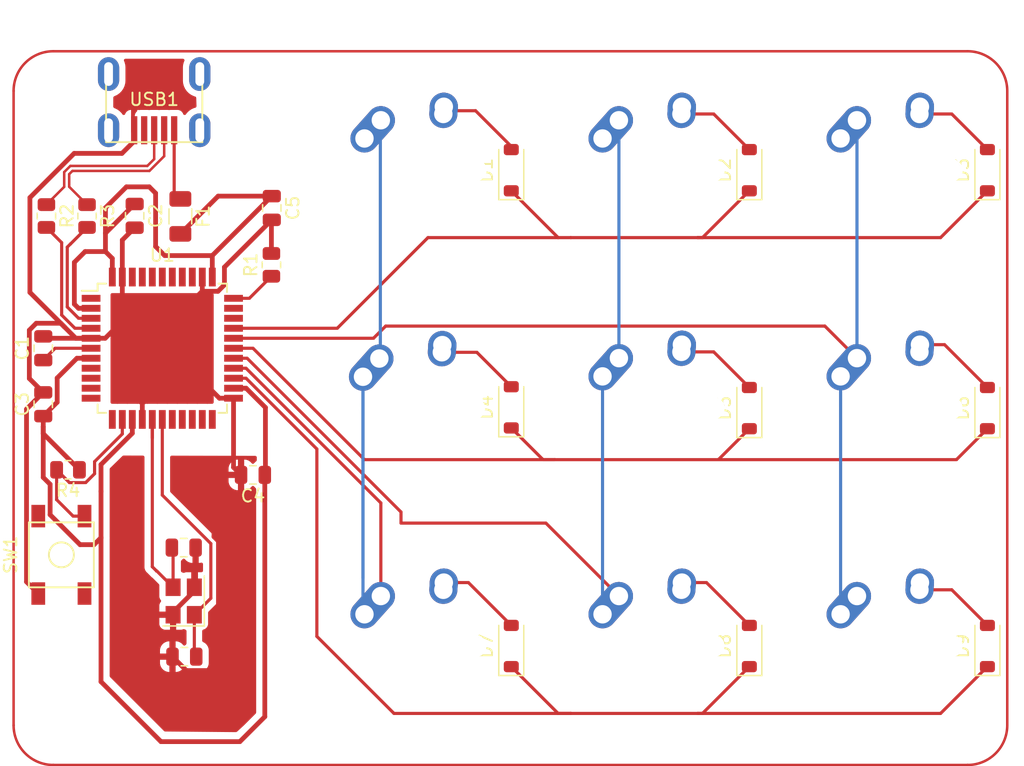
<source format=kicad_pcb>
(kicad_pcb (version 20221018) (generator pcbnew)
  (layers (0 "F.Cu" signal) (31 "B.Cu" signal) (34 "B.Paste" user) (35 "F.Paste" user) (36 "B.SilkS" user "B.Silkscreen") (37 "F.SilkS" user "F.Silkscreen") (38 "B.Mask" user) (39 "F.Mask" user) (44 "Edge.Cuts" user))
  (net 0 "")
  (net 1 "Net-(U1-UCAP)")
  (net 2 "GND")
  (net 3 "+5V")
  (net 4 "Net-(U1-XTAL1)")
  (net 5 "Net-(U1-XTAL2)")
  (net 6 "Row00")
  (net 7 "Net-(D1-A)")
  (net 8 "Net-(D2-A)")
  (net 9 "Net-(D3-A)")
  (net 10 "Row01")
  (net 11 "Net-(D4-A)")
  (net 12 "Net-(D5-A)")
  (net 13 "Net-(D6-A)")
  (net 14 "Row02")
  (net 15 "Net-(D7-A)")
  (net 16 "Net-(D8-A)")
  (net 17 "Net-(D9-A)")
  (net 18 "Net-(USB1-VBUS)")
  (net 19 "Col00")
  (net 20 "Col01")
  (net 21 "Col02")
  (net 22 "Net-(U1-~{HWB}{slash}PE2)")
  (net 23 "D+")
  (net 24 "Net-(U1-D+)")
  (net 25 "D-")
  (net 26 "Net-(U1-D-)")
  (net 27 "Net-(U1-~{RESET})")
  (footprint "Capacitor_SMD:C_0805_2012Metric" (layer "F.Cu") (at 76.1644 73.6092 180)
    (fp_text reference "C4" (at 0 -1.68) (layer "F.SilkS"))
    (fp_text value "0.1uF")
    (pad "1" smd roundrect (at -0.95 0 180) (size 1 1.45) (layers "F.Cu" "F.Paste" "F.Mask") (net 3 "+5V"))
    (pad "2" smd roundrect (at 0.95 0 180) (size 1 1.45) (layers "F.Cu" "F.Paste" "F.Mask") (net 2 "GND"))
  )
  (footprint "MX_Alps_Hybrid:MX-1U-NoLED" (layer "F.Cu") (at 127 87.3125)
    (fp_text reference "MX9")
    (fp_text value "MX-NoLED")
    (pad "" np_thru_hole circle (at -5.08 0 48.0996) (size 1.75 1.75) (drill 1.75) (layers "*.Cu" "*.Mask"))
    (pad "" np_thru_hole circle (at 0 0) (size 3.9878 3.9878) (drill 3.9878) (layers "*.Cu" "*.Mask"))
    (pad "" np_thru_hole circle (at 5.08 0 48.0996) (size 1.75 1.75) (drill 1.75) (layers "*.Cu" "*.Mask"))
    (pad "1" thru_hole oval (at -3.81 -2.54 48.0996) (size 4.211556 2.25) (drill 1.47 (offset 0.980778 0)) (layers "*.Cu" "B.Mask") (net 21 "Col02"))
    (pad "1" thru_hole circle (at -2.5 -4) (size 2.25 2.25) (drill 1.47) (layers "*.Cu" "B.Mask") (net 21 "Col02"))
    (pad "2" thru_hole oval (at 2.5 -4.5 86.0548) (size 2.831378 2.25) (drill 1.47 (offset 0.290689 0)) (layers "*.Cu" "B.Mask") (net 17 "Net-(D9-A)"))
    (pad "2" thru_hole circle (at 2.54 -5.08) (size 2.25 2.25) (drill 1.47) (layers "*.Cu" "B.Mask") (net 17 "Net-(D9-A)"))
  )
  (footprint "MX_Alps_Hybrid:MX-1U-NoLED" (layer "F.Cu") (at 107.95 68.2625)
    (fp_text reference "MX5")
    (fp_text value "MX-NoLED")
    (pad "" np_thru_hole circle (at -5.08 0 48.0996) (size 1.75 1.75) (drill 1.75) (layers "*.Cu" "*.Mask"))
    (pad "" np_thru_hole circle (at 0 0) (size 3.9878 3.9878) (drill 3.9878) (layers "*.Cu" "*.Mask"))
    (pad "" np_thru_hole circle (at 5.08 0 48.0996) (size 1.75 1.75) (drill 1.75) (layers "*.Cu" "*.Mask"))
    (pad "1" thru_hole oval (at -3.81 -2.54 48.0996) (size 4.211556 2.25) (drill 1.47 (offset 0.980778 0)) (layers "*.Cu" "B.Mask") (net 20 "Col01"))
    (pad "1" thru_hole circle (at -2.5 -4) (size 2.25 2.25) (drill 1.47) (layers "*.Cu" "B.Mask") (net 20 "Col01"))
    (pad "2" thru_hole oval (at 2.5 -4.5 86.0548) (size 2.831378 2.25) (drill 1.47 (offset 0.290689 0)) (layers "*.Cu" "B.Mask") (net 12 "Net-(D5-A)"))
    (pad "2" thru_hole circle (at 2.54 -5.08) (size 2.25 2.25) (drill 1.47) (layers "*.Cu" "B.Mask") (net 12 "Net-(D5-A)"))
  )
  (footprint "Resistor_SMD:R_0805_2012Metric" (layer "F.Cu") (at 59.6392 52.8809 -90)
    (fp_text reference "R2" (at 0 -1.65 90) (layer "F.SilkS"))
    (fp_text value "22")
    (pad "1" smd roundrect (at -0.9125 0 270) (size 1.025 1.4) (layers "F.Cu" "F.Paste" "F.Mask") (roundrect_rratio 0.243902) (net 23 "D+"))
    (pad "2" smd roundrect (at 0.9125 0 270) (size 1.025 1.4) (layers "F.Cu" "F.Paste" "F.Mask") (roundrect_rratio 0.243902) (net 24 "Net-(U1-D+)"))
  )
  (footprint "Capacitor_SMD:C_0805_2012Metric" (layer "F.Cu") (at 77.6732 52.2376 -90)
    (fp_text reference "C5" (at 0 -1.68 90) (layer "F.SilkS"))
    (fp_text value "0.1uF")
    (pad "1" smd roundrect (at -0.95 0 270) (size 1 1.45) (layers "F.Cu" "F.Paste" "F.Mask") (net 3 "+5V"))
    (pad "2" smd roundrect (at 0.95 0 270) (size 1 1.45) (layers "F.Cu" "F.Paste" "F.Mask") (net 2 "GND"))
  )
  (footprint "Diode_SMD:D_SOD-123" (layer "F.Cu") (at 115.8875 49.2125 90)
    (fp_text reference "D2" (at 0 -2 90) (layer "F.SilkS"))
    (fp_text value "SOD_123")
    (pad "1" smd roundrect (at -1.65 0 90) (size 0.9 1.2) (layers "F.Cu" "F.Paste" "F.Mask") (net 6 "Row00"))
    (pad "2" smd roundrect (at 1.65 0 90) (size 0.9 1.2) (layers "F.Cu" "F.Paste" "F.Mask") (net 8 "Net-(D2-A)"))
  )
  (footprint "Capacitor_SMD:C_0805_2012Metric" (layer "F.Cu") (at 70.6272 79.43215 180)
    (fp_text reference "C7" hide)
    (fp_text value "22pF" hide)
    (pad "1" smd roundrect (at -0.95 0 180) (size 1 1.45) (layers "F.Cu" "F.Paste" "F.Mask") (net 2 "GND"))
    (pad "2" smd roundrect (at 0.95 0 180) (size 1 1.45) (layers "F.Cu" "F.Paste" "F.Mask") (net 5 "Net-(U1-XTAL2)"))
  )
  (footprint "Resistor_SMD:R_0805_2012Metric" (layer "F.Cu") (at 77.64375 56.7925 90)
    (fp_text reference "R1" (at 0 -1.65 90) (layer "F.SilkS"))
    (fp_text value "10k")
    (pad "1" smd roundrect (at -0.9125 0 90) (size 1.025 1.4) (layers "F.Cu" "F.Paste" "F.Mask") (roundrect_rratio 0.243902) (net 22 "Net-(U1-~{HWB}{slash}PE2)"))
    (pad "2" smd roundrect (at 0.9125 0 90) (size 1.025 1.4) (layers "F.Cu" "F.Paste" "F.Mask") (roundrect_rratio 0.243902) (net 2 "GND"))
  )
  (footprint "MX_Alps_Hybrid:MX-1U-NoLED" (layer "F.Cu") (at 107.95 87.3125)
    (fp_text reference "MX8")
    (fp_text value "MX-NoLED")
    (pad "" np_thru_hole circle (at -5.08 0 48.0996) (size 1.75 1.75) (drill 1.75) (layers "*.Cu" "*.Mask"))
    (pad "" np_thru_hole circle (at 0 0) (size 3.9878 3.9878) (drill 3.9878) (layers "*.Cu" "*.Mask"))
    (pad "" np_thru_hole circle (at 5.08 0 48.0996) (size 1.75 1.75) (drill 1.75) (layers "*.Cu" "*.Mask"))
    (pad "1" thru_hole oval (at -3.81 -2.54 48.0996) (size 4.211556 2.25) (drill 1.47 (offset 0.980778 0)) (layers "*.Cu" "B.Mask") (net 20 "Col01"))
    (pad "1" thru_hole circle (at -2.5 -4) (size 2.25 2.25) (drill 1.47) (layers "*.Cu" "B.Mask") (net 20 "Col01"))
    (pad "2" thru_hole oval (at 2.5 -4.5 86.0548) (size 2.831378 2.25) (drill 1.47 (offset 0.290689 0)) (layers "*.Cu" "B.Mask") (net 16 "Net-(D8-A)"))
    (pad "2" thru_hole circle (at 2.54 -5.08) (size 2.25 2.25) (drill 1.47) (layers "*.Cu" "B.Mask") (net 16 "Net-(D8-A)"))
  )
  (footprint "Fuse:Fuse_1206_3216Metric" (layer "F.Cu") (at 70.358 52.9112 -90)
    (fp_text reference "F1" (at 0 -1.82 90) (layer "F.SilkS"))
    (fp_text value "Polyfuse")
    (pad "1" smd roundrect (at -1.4 0 270) (size 1.25 1.75) (layers "F.Cu" "F.Paste" "F.Mask") (roundrect_rratio 0.2) (net 18 "Net-(USB1-VBUS)"))
    (pad "2" smd roundrect (at 1.4 0 270) (size 1.25 1.75) (layers "F.Cu" "F.Paste" "F.Mask") (roundrect_rratio 0.2) (net 3 "+5V"))
  )
  (footprint "Capacitor_SMD:C_0805_2012Metric" (layer "F.Cu") (at 70.678 88.1634 180)
    (fp_text reference "C6" hide)
    (fp_text value "22pF")
    (pad "1" smd roundrect (at -0.95 0 180) (size 1 1.45) (layers "F.Cu" "F.Paste" "F.Mask") (net 4 "Net-(U1-XTAL1)"))
    (pad "2" smd roundrect (at 0.95 0 180) (size 1 1.45) (layers "F.Cu" "F.Paste" "F.Mask") (net 2 "GND"))
  )
  (footprint "Resistor_SMD:R_0805_2012Metric" (layer "F.Cu") (at 62.8904 52.8828 -90)
    (fp_text reference "R3" (at 0 -1.65 90) (layer "F.SilkS"))
    (fp_text value "22")
    (pad "1" smd roundrect (at -0.9125 0 270) (size 1.025 1.4) (layers "F.Cu" "F.Paste" "F.Mask") (roundrect_rratio 0.243902) (net 25 "D-"))
    (pad "2" smd roundrect (at 0.9125 0 270) (size 1.025 1.4) (layers "F.Cu" "F.Paste" "F.Mask") (roundrect_rratio 0.243902) (net 26 "Net-(U1-D-)"))
  )
  (footprint "Capacitor_SMD:C_0805_2012Metric" (layer "F.Cu") (at 59.3875 63.46875 90)
    (fp_text reference "C1" (at 0 -1.68 90) (layer "F.SilkS"))
    (fp_text value "1uF")
    (pad "1" smd roundrect (at -0.95 0 90) (size 1 1.45) (layers "F.Cu" "F.Paste" "F.Mask") (net 1 "Net-(U1-UCAP)"))
    (pad "2" smd roundrect (at 0.95 0 90) (size 1 1.45) (layers "F.Cu" "F.Paste" "F.Mask") (net 2 "GND"))
  )
  (footprint "Diode_SMD:D_SOD-123" (layer "F.Cu") (at 96.8375 87.3125 90)
    (fp_text reference "D7" (at 0 -2 90) (layer "F.SilkS"))
    (fp_text value "SOD_123")
    (pad "1" smd roundrect (at -1.65 0 90) (size 0.9 1.2) (layers "F.Cu" "F.Paste" "F.Mask") (net 14 "Row02"))
    (pad "2" smd roundrect (at 1.65 0 90) (size 0.9 1.2) (layers "F.Cu" "F.Paste" "F.Mask") (net 15 "Net-(D7-A)"))
  )
  (footprint "MX_Alps_Hybrid:MX-1U-NoLED" (layer "F.Cu") (at 127 49.2125)
    (fp_text reference "MX3")
    (fp_text value "MX-NoLED")
    (pad "" np_thru_hole circle (at -5.08 0 48.0996) (size 1.75 1.75) (drill 1.75) (layers "*.Cu" "*.Mask"))
    (pad "" np_thru_hole circle (at 0 0) (size 3.9878 3.9878) (drill 3.9878) (layers "*.Cu" "*.Mask"))
    (pad "" np_thru_hole circle (at 5.08 0 48.0996) (size 1.75 1.75) (drill 1.75) (layers "*.Cu" "*.Mask"))
    (pad "1" thru_hole oval (at -3.81 -2.54 48.0996) (size 4.211556 2.25) (drill 1.47 (offset 0.980778 0)) (layers "*.Cu" "B.Mask") (net 21 "Col02"))
    (pad "1" thru_hole circle (at -2.5 -4) (size 2.25 2.25) (drill 1.47) (layers "*.Cu" "B.Mask") (net 21 "Col02"))
    (pad "2" thru_hole oval (at 2.5 -4.5 86.0548) (size 2.831378 2.25) (drill 1.47 (offset 0.290689 0)) (layers "*.Cu" "B.Mask") (net 9 "Net-(D3-A)"))
    (pad "2" thru_hole circle (at 2.54 -5.08) (size 2.25 2.25) (drill 1.47) (layers "*.Cu" "B.Mask") (net 9 "Net-(D3-A)"))
  )
  (footprint "Diode_SMD:D_SOD-123" (layer "F.Cu") (at 134.9375 68.2625 90)
    (fp_text reference "D6" (at 0 -2 90) (layer "F.SilkS"))
    (fp_text value "SOD_123")
    (pad "1" smd roundrect (at -1.65 0 90) (size 0.9 1.2) (layers "F.Cu" "F.Paste" "F.Mask") (net 10 "Row01"))
    (pad "2" smd roundrect (at 1.65 0 90) (size 0.9 1.2) (layers "F.Cu" "F.Paste" "F.Mask") (net 13 "Net-(D6-A)"))
  )
  (footprint "Capacitor_SMD:C_0805_2012Metric" (layer "F.Cu") (at 59.3852 67.9552 90)
    (fp_text reference "C3" (at 0 -1.68 90) (layer "F.SilkS"))
    (fp_text value "0.1uF")
    (pad "1" smd roundrect (at -0.95 0 90) (size 1 1.45) (layers "F.Cu" "F.Paste" "F.Mask") (net 3 "+5V"))
    (pad "2" smd roundrect (at 0.95 0 90) (size 1 1.45) (layers "F.Cu" "F.Paste" "F.Mask") (net 2 "GND"))
  )
  (footprint "random-keyboard-parts:SKQG-1155865" (layer "F.Cu") (at 60.8372 80.0112 -90)
    (fp_text reference "SW1" (at 0 4.064 90) (layer "F.SilkS"))
    (fp_text value "SW_Push")
    (pad "1" smd rect (at 3.1 1.85 270) (size 1.8 1.1) (layers "F.Cu" "F.Paste" "F.Mask") (net 2 "GND"))
    (pad "2" smd rect (at -3.1 -1.85 270) (size 1.8 1.1) (layers "F.Cu" "F.Paste" "F.Mask") (net 27 "Net-(U1-~{RESET})"))
    (pad "3" smd rect (at 3.1 -1.85 270) (size 1.8 1.1) (layers "F.Cu" "F.Paste" "F.Mask"))
    (pad "4" smd rect (at -3.1 1.85 270) (size 1.8 1.1) (layers "F.Cu" "F.Paste" "F.Mask"))
  )
  (footprint "MX_Alps_Hybrid:MX-1U-NoLED" (layer "F.Cu") (at 127 68.2625)
    (fp_text reference "MX6")
    (fp_text value "MX-NoLED")
    (pad "" np_thru_hole circle (at -5.08 0 48.0996) (size 1.75 1.75) (drill 1.75) (layers "*.Cu" "*.Mask"))
    (pad "" np_thru_hole circle (at 0 0) (size 3.9878 3.9878) (drill 3.9878) (layers "*.Cu" "*.Mask"))
    (pad "" np_thru_hole circle (at 5.08 0 48.0996) (size 1.75 1.75) (drill 1.75) (layers "*.Cu" "*.Mask"))
    (pad "1" thru_hole oval (at -3.81 -2.54 48.0996) (size 4.211556 2.25) (drill 1.47 (offset 0.980778 0)) (layers "*.Cu" "B.Mask") (net 21 "Col02"))
    (pad "1" thru_hole circle (at -2.5 -4) (size 2.25 2.25) (drill 1.47) (layers "*.Cu" "B.Mask") (net 21 "Col02"))
    (pad "2" thru_hole oval (at 2.5 -4.5 86.0548) (size 2.831378 2.25) (drill 1.47 (offset 0.290689 0)) (layers "*.Cu" "B.Mask") (net 13 "Net-(D6-A)"))
    (pad "2" thru_hole circle (at 2.54 -5.08) (size 2.25 2.25) (drill 1.47) (layers "*.Cu" "B.Mask") (net 13 "Net-(D6-A)"))
  )
  (footprint "Diode_SMD:D_SOD-123" (layer "F.Cu") (at 96.8375 49.2125 90)
    (fp_text reference "D1" (at 0 -2 90) (layer "F.SilkS"))
    (fp_text value "SOD-123")
    (pad "1" smd roundrect (at -1.65 0 90) (size 0.9 1.2) (layers "F.Cu" "F.Paste" "F.Mask") (net 6 "Row00"))
    (pad "2" smd roundrect (at 1.65 0 90) (size 0.9 1.2) (layers "F.Cu" "F.Paste" "F.Mask") (net 7 "Net-(D1-A)"))
  )
  (footprint "Package_QFP:TQFP-44_10x10mm_P0.8mm" (layer "F.Cu") (at 68.9125 63.46875)
    (fp_text reference "U1" (at 0 -7.45) (layer "F.SilkS"))
    (fp_text value "ATmega32U4-A")
    (pad "1" smd rect (at -5.7 -4) (size 1.5 0.55) (layers "F.Cu" "F.Paste" "F.Mask"))
    (pad "2" smd rect (at -5.7 -3.2) (size 1.5 0.55) (layers "F.Cu" "F.Paste" "F.Mask") (net 3 "+5V"))
    (pad "3" smd rect (at -5.7 -2.4) (size 1.5 0.55) (layers "F.Cu" "F.Paste" "F.Mask") (net 26 "Net-(U1-D-)"))
    (pad "4" smd rect (at -5.7 -1.6) (size 1.5 0.55) (layers "F.Cu" "F.Paste" "F.Mask") (net 24 "Net-(U1-D+)"))
    (pad "5" smd rect (at -5.7 -0.8) (size 1.5 0.55) (layers "F.Cu" "F.Paste" "F.Mask") (net 2 "GND"))
    (pad "6" smd rect (at -5.7 0) (size 1.5 0.55) (layers "F.Cu" "F.Paste" "F.Mask") (net 1 "Net-(U1-UCAP)"))
    (pad "7" smd rect (at -5.7 0.8) (size 1.5 0.55) (layers "F.Cu" "F.Paste" "F.Mask") (net 3 "+5V"))
    (pad "8" smd rect (at -5.7 1.6) (size 1.5 0.55) (layers "F.Cu" "F.Paste" "F.Mask"))
    (pad "9" smd rect (at -5.7 2.4) (size 1.5 0.55) (layers "F.Cu" "F.Paste" "F.Mask"))
    (pad "10" smd rect (at -5.7 3.2) (size 1.5 0.55) (layers "F.Cu" "F.Paste" "F.Mask"))
    (pad "11" smd rect (at -5.7 4) (size 1.5 0.55) (layers "F.Cu" "F.Paste" "F.Mask"))
    (pad "12" smd rect (at -4 5.7 90) (size 1.5 0.55) (layers "F.Cu" "F.Paste" "F.Mask"))
    (pad "13" smd rect (at -3.2 5.7 90) (size 1.5 0.55) (layers "F.Cu" "F.Paste" "F.Mask") (net 27 "Net-(U1-~{RESET})"))
    (pad "14" smd rect (at -2.4 5.7 90) (size 1.5 0.55) (layers "F.Cu" "F.Paste" "F.Mask") (net 3 "+5V"))
    (pad "15" smd rect (at -1.6 5.7 90) (size 1.5 0.55) (layers "F.Cu" "F.Paste" "F.Mask") (net 2 "GND"))
    (pad "16" smd rect (at -0.8 5.7 90) (size 1.5 0.55) (layers "F.Cu" "F.Paste" "F.Mask") (net 5 "Net-(U1-XTAL2)"))
    (pad "17" smd rect (at 0 5.7 90) (size 1.5 0.55) (layers "F.Cu" "F.Paste" "F.Mask") (net 4 "Net-(U1-XTAL1)"))
    (pad "18" smd rect (at 0.8 5.7 90) (size 1.5 0.55) (layers "F.Cu" "F.Paste" "F.Mask"))
    (pad "19" smd rect (at 1.6 5.7 90) (size 1.5 0.55) (layers "F.Cu" "F.Paste" "F.Mask"))
    (pad "20" smd rect (at 2.4 5.7 90) (size 1.5 0.55) (layers "F.Cu" "F.Paste" "F.Mask"))
    (pad "21" smd rect (at 3.2 5.7 90) (size 1.5 0.55) (layers "F.Cu" "F.Paste" "F.Mask"))
    (pad "22" smd rect (at 4 5.7 90) (size 1.5 0.55) (layers "F.Cu" "F.Paste" "F.Mask"))
    (pad "23" smd rect (at 5.7 4) (size 1.5 0.55) (layers "F.Cu" "F.Paste" "F.Mask") (net 2 "GND"))
    (pad "24" smd rect (at 5.7 3.2) (size 1.5 0.55) (layers "F.Cu" "F.Paste" "F.Mask") (net 3 "+5V"))
    (pad "25" smd rect (at 5.7 2.4) (size 1.5 0.55) (layers "F.Cu" "F.Paste" "F.Mask") (net 14 "Row02"))
    (pad "26" smd rect (at 5.7 1.6) (size 1.5 0.55) (layers "F.Cu" "F.Paste" "F.Mask") (net 19 "Col00"))
    (pad "27" smd rect (at 5.7 0.8) (size 1.5 0.55) (layers "F.Cu" "F.Paste" "F.Mask") (net 20 "Col01"))
    (pad "28" smd rect (at 5.7 0) (size 1.5 0.55) (layers "F.Cu" "F.Paste" "F.Mask") (net 10 "Row01"))
    (pad "29" smd rect (at 5.7 -0.8) (size 1.5 0.55) (layers "F.Cu" "F.Paste" "F.Mask") (net 21 "Col02"))
    (pad "30" smd rect (at 5.7 -1.6) (size 1.5 0.55) (layers "F.Cu" "F.Paste" "F.Mask") (net 6 "Row00"))
    (pad "31" smd rect (at 5.7 -2.4) (size 1.5 0.55) (layers "F.Cu" "F.Paste" "F.Mask"))
    (pad "32" smd rect (at 5.7 -3.2) (size 1.5 0.55) (layers "F.Cu" "F.Paste" "F.Mask"))
    (pad "33" smd rect (at 5.7 -4) (size 1.5 0.55) (layers "F.Cu" "F.Paste" "F.Mask") (net 22 "Net-(U1-~{HWB}{slash}PE2)"))
    (pad "34" smd rect (at 4 -5.7 90) (size 1.5 0.55) (layers "F.Cu" "F.Paste" "F.Mask") (net 3 "+5V"))
    (pad "35" smd rect (at 3.2 -5.7 90) (size 1.5 0.55) (layers "F.Cu" "F.Paste" "F.Mask") (net 2 "GND"))
    (pad "36" smd rect (at 2.4 -5.7 90) (size 1.5 0.55) (layers "F.Cu" "F.Paste" "F.Mask"))
    (pad "37" smd rect (at 1.6 -5.7 90) (size 1.5 0.55) (layers "F.Cu" "F.Paste" "F.Mask"))
    (pad "38" smd rect (at 0.8 -5.7 90) (size 1.5 0.55) (layers "F.Cu" "F.Paste" "F.Mask"))
    (pad "39" smd rect (at 0 -5.7 90) (size 1.5 0.55) (layers "F.Cu" "F.Paste" "F.Mask"))
    (pad "40" smd rect (at -0.8 -5.7 90) (size 1.5 0.55) (layers "F.Cu" "F.Paste" "F.Mask"))
    (pad "41" smd rect (at -1.6 -5.7 90) (size 1.5 0.55) (layers "F.Cu" "F.Paste" "F.Mask"))
    (pad "42" smd rect (at -2.4 -5.7 90) (size 1.5 0.55) (layers "F.Cu" "F.Paste" "F.Mask"))
    (pad "43" smd rect (at -3.2 -5.7 90) (size 1.5 0.55) (layers "F.Cu" "F.Paste" "F.Mask") (net 2 "GND"))
    (pad "44" smd rect (at -4 -5.7 90) (size 1.5 0.55) (layers "F.Cu" "F.Paste" "F.Mask") (net 3 "+5V"))
  )
  (footprint "Diode_SMD:D_SOD-123" (layer "F.Cu") (at 96.8375 68.2 90)
    (fp_text reference "D4" (at 0 -2 90) (layer "F.SilkS"))
    (fp_text value "SOD_123")
    (pad "1" smd roundrect (at -1.65 0 90) (size 0.9 1.2) (layers "F.Cu" "F.Paste" "F.Mask") (net 10 "Row01"))
    (pad "2" smd roundrect (at 1.65 0 90) (size 0.9 1.2) (layers "F.Cu" "F.Paste" "F.Mask") (net 11 "Net-(D4-A)"))
  )
  (footprint "MX_Alps_Hybrid:MX-1U-NoLED" (layer "F.Cu") (at 88.9 49.2125)
    (fp_text reference "MX1")
    (fp_text value "MX-NoLED")
    (pad "" np_thru_hole circle (at -5.08 0 48.0996) (size 1.75 1.75) (drill 1.75) (layers "*.Cu" "*.Mask"))
    (pad "" np_thru_hole circle (at 0 0) (size 3.9878 3.9878) (drill 3.9878) (layers "*.Cu" "*.Mask"))
    (pad "" np_thru_hole circle (at 5.08 0 48.0996) (size 1.75 1.75) (drill 1.75) (layers "*.Cu" "*.Mask"))
    (pad "1" thru_hole oval (at -3.81 -2.54 48.0996) (size 4.211556 2.25) (drill 1.47 (offset 0.980778 0)) (layers "*.Cu" "B.Mask") (net 19 "Col00"))
    (pad "1" thru_hole circle (at -2.5 -4) (size 2.25 2.25) (drill 1.47) (layers "*.Cu" "B.Mask") (net 19 "Col00"))
    (pad "2" thru_hole oval (at 2.5 -4.5 86.0548) (size 2.831378 2.25) (drill 1.47 (offset 0.290689 0)) (layers "*.Cu" "B.Mask") (net 7 "Net-(D1-A)"))
    (pad "2" thru_hole circle (at 2.54 -5.08) (size 2.25 2.25) (drill 1.47) (layers "*.Cu" "B.Mask") (net 7 "Net-(D1-A)"))
  )
  (footprint "Crystal:Crystal_SMD_3225-4Pin_3.2x2.5mm" (layer "F.Cu") (at 70.6256 83.70715 90)
    (fp_text reference "Y1" hide)
    (fp_text value "16MHz")
    (pad "1" smd rect (at -1.1 0.85 90) (size 1.4 1.2) (layers "F.Cu" "F.Paste" "F.Mask") (net 4 "Net-(U1-XTAL1)"))
    (pad "2" smd rect (at 1.1 0.85 90) (size 1.4 1.2) (layers "F.Cu" "F.Paste" "F.Mask") (net 2 "GND"))
    (pad "3" smd rect (at 1.1 -0.85 90) (size 1.4 1.2) (layers "F.Cu" "F.Paste" "F.Mask") (net 5 "Net-(U1-XTAL2)"))
    (pad "4" smd rect (at -1.1 -0.85 90) (size 1.4 1.2) (layers "F.Cu" "F.Paste" "F.Mask") (net 2 "GND"))
  )
  (footprint "MX_Alps_Hybrid:MX-1U-NoLED" (layer "F.Cu") (at 107.95 49.2125)
    (fp_text reference "MX2")
    (fp_text value "MX-NoLED")
    (pad "" np_thru_hole circle (at -5.08 0 48.0996) (size 1.75 1.75) (drill 1.75) (layers "*.Cu" "*.Mask"))
    (pad "" np_thru_hole circle (at 0 0) (size 3.9878 3.9878) (drill 3.9878) (layers "*.Cu" "*.Mask"))
    (pad "" np_thru_hole circle (at 5.08 0 48.0996) (size 1.75 1.75) (drill 1.75) (layers "*.Cu" "*.Mask"))
    (pad "1" thru_hole oval (at -3.81 -2.54 48.0996) (size 4.211556 2.25) (drill 1.47 (offset 0.980778 0)) (layers "*.Cu" "B.Mask") (net 20 "Col01"))
    (pad "1" thru_hole circle (at -2.5 -4) (size 2.25 2.25) (drill 1.47) (layers "*.Cu" "B.Mask") (net 20 "Col01"))
    (pad "2" thru_hole oval (at 2.5 -4.5 86.0548) (size 2.831378 2.25) (drill 1.47 (offset 0.290689 0)) (layers "*.Cu" "B.Mask") (net 8 "Net-(D2-A)"))
    (pad "2" thru_hole circle (at 2.54 -5.08) (size 2.25 2.25) (drill 1.47) (layers "*.Cu" "B.Mask") (net 8 "Net-(D2-A)"))
  )
  (footprint "Resistor_SMD:R_0805_2012Metric" (layer "F.Cu") (at 61.3683 73.2028 180)
    (fp_text reference "R4" (at 0 -1.65) (layer "F.SilkS"))
    (fp_text value "10k")
    (pad "1" smd roundrect (at -0.9125 0 180) (size 1.025 1.4) (layers "F.Cu" "F.Paste" "F.Mask") (roundrect_rratio 0.243902) (net 3 "+5V"))
    (pad "2" smd roundrect (at 0.9125 0 180) (size 1.025 1.4) (layers "F.Cu" "F.Paste" "F.Mask") (roundrect_rratio 0.243902) (net 27 "Net-(U1-~{RESET})"))
  )
  (footprint "random-keyboard-parts:Molex-0548190589" (layer "F.Cu") (at 68.2625 41.5125 -90)
    (fp_text reference "USB1" (at 2.032 0) (layer "F.SilkS"))
    (fp_text value "Molex-0548190519")
    (pad "1" smd rect (at 4.5 1.6 270) (size 2.25 0.5) (layers "F.Cu" "F.Paste" "F.Mask") (net 2 "GND"))
    (pad "2" smd rect (at 4.5 0.8 270) (size 2.25 0.5) (layers "F.Cu" "F.Paste" "F.Mask"))
    (pad "3" smd rect (at 4.5 0 270) (size 2.25 0.5) (layers "F.Cu" "F.Paste" "F.Mask") (net 23 "D+"))
    (pad "4" smd rect (at 4.5 -0.8 270) (size 2.25 0.5) (layers "F.Cu" "F.Paste" "F.Mask") (net 25 "D-"))
    (pad "5" smd rect (at 4.5 -1.6 270) (size 2.25 0.5) (layers "F.Cu" "F.Paste" "F.Mask") (net 18 "Net-(USB1-VBUS)"))
    (pad "6" thru_hole oval (at 0 -3.65 270) (size 2.7 1.7) (drill oval 1.9 0.7) (layers "*.Cu" "*.Mask"))
    (pad "6" thru_hole oval (at 0 3.65 270) (size 2.7 1.7) (drill oval 1.9 0.7) (layers "*.Cu" "*.Mask"))
    (pad "6" thru_hole oval (at 4.5 -3.65 270) (size 2.7 1.7) (drill oval 1.9 0.7) (layers "*.Cu" "*.Mask"))
    (pad "6" thru_hole oval (at 4.5 3.65 270) (size 2.7 1.7) (drill oval 1.9 0.7) (layers "*.Cu" "*.Mask"))
  )
  (footprint "Diode_SMD:D_SOD-123" (layer "F.Cu") (at 134.9375 87.3125 90)
    (fp_text reference "D9" (at 0 -2 90) (layer "F.SilkS"))
    (fp_text value "SOD_123")
    (pad "1" smd roundrect (at -1.65 0 90) (size 0.9 1.2) (layers "F.Cu" "F.Paste" "F.Mask") (net 14 "Row02"))
    (pad "2" smd roundrect (at 1.65 0 90) (size 0.9 1.2) (layers "F.Cu" "F.Paste" "F.Mask") (net 17 "Net-(D9-A)"))
  )
  (footprint "MX_Alps_Hybrid:MX-1U-NoLED" (layer "F.Cu") (at 88.78125 68.29375)
    (fp_text reference "MX4")
    (fp_text value "MX-NoLED")
    (pad "" np_thru_hole circle (at -5.08 0 48.0996) (size 1.75 1.75) (drill 1.75) (layers "*.Cu" "*.Mask"))
    (pad "" np_thru_hole circle (at 0 0) (size 3.9878 3.9878) (drill 3.9878) (layers "*.Cu" "*.Mask"))
    (pad "" np_thru_hole circle (at 5.08 0 48.0996) (size 1.75 1.75) (drill 1.75) (layers "*.Cu" "*.Mask"))
    (pad "1" thru_hole oval (at -3.81 -2.54 48.0996) (size 4.211556 2.25) (drill 1.47 (offset 0.980778 0)) (layers "*.Cu" "B.Mask") (net 19 "Col00"))
    (pad "1" thru_hole circle (at -2.5 -4) (size 2.25 2.25) (drill 1.47) (layers "*.Cu" "B.Mask") (net 19 "Col00"))
    (pad "2" thru_hole oval (at 2.5 -4.5 86.0548) (size 2.831378 2.25) (drill 1.47 (offset 0.290689 0)) (layers "*.Cu" "B.Mask") (net 11 "Net-(D4-A)"))
    (pad "2" thru_hole circle (at 2.54 -5.08) (size 2.25 2.25) (drill 1.47) (layers "*.Cu" "B.Mask") (net 11 "Net-(D4-A)"))
  )
  (footprint "MX_Alps_Hybrid:MX-1U-NoLED" (layer "F.Cu") (at 88.9 87.3125)
    (fp_text reference "MX7")
    (fp_text value "MX-NoLED")
    (pad "" np_thru_hole circle (at -5.08 0 48.0996) (size 1.75 1.75) (drill 1.75) (layers "*.Cu" "*.Mask"))
    (pad "" np_thru_hole circle (at 0 0) (size 3.9878 3.9878) (drill 3.9878) (layers "*.Cu" "*.Mask"))
    (pad "" np_thru_hole circle (at 5.08 0 48.0996) (size 1.75 1.75) (drill 1.75) (layers "*.Cu" "*.Mask"))
    (pad "1" thru_hole oval (at -3.81 -2.54 48.0996) (size 4.211556 2.25) (drill 1.47 (offset 0.980778 0)) (layers "*.Cu" "B.Mask") (net 19 "Col00"))
    (pad "1" thru_hole circle (at -2.5 -4) (size 2.25 2.25) (drill 1.47) (layers "*.Cu" "B.Mask") (net 19 "Col00"))
    (pad "2" thru_hole oval (at 2.5 -4.5 86.0548) (size 2.831378 2.25) (drill 1.47 (offset 0.290689 0)) (layers "*.Cu" "B.Mask") (net 15 "Net-(D7-A)"))
    (pad "2" thru_hole circle (at 2.54 -5.08) (size 2.25 2.25) (drill 1.47) (layers "*.Cu" "B.Mask") (net 15 "Net-(D7-A)"))
  )
  (footprint "Diode_SMD:D_SOD-123" (layer "F.Cu") (at 134.9375 49.2125 90)
    (fp_text reference "D3" (at 0 -2 90) (layer "F.SilkS"))
    (fp_text value "SOD_123")
    (pad "1" smd roundrect (at -1.65 0 90) (size 0.9 1.2) (layers "F.Cu" "F.Paste" "F.Mask") (net 6 "Row00"))
    (pad "2" smd roundrect (at 1.65 0 90) (size 0.9 1.2) (layers "F.Cu" "F.Paste" "F.Mask") (net 9 "Net-(D3-A)"))
  )
  (footprint "Capacitor_SMD:C_0805_2012Metric" (layer "F.Cu") (at 66.7004 52.8676 -90)
    (fp_text reference "C2" (at 0 -1.68 90) (layer "F.SilkS"))
    (fp_text value "0.1uF")
    (pad "1" smd roundrect (at -0.95 0 270) (size 1 1.45) (layers "F.Cu" "F.Paste" "F.Mask") (net 3 "+5V"))
    (pad "2" smd roundrect (at 0.95 0 270) (size 1 1.45) (layers "F.Cu" "F.Paste" "F.Mask") (net 2 "GND"))
  )
  (footprint "Diode_SMD:D_SOD-123" (layer "F.Cu") (at 115.8875 87.3125 90)
    (fp_text reference "D8" (at 0 -2 90) (layer "F.SilkS"))
    (fp_text value "SOD_123")
    (pad "1" smd roundrect (at -1.65 0 90) (size 0.9 1.2) (layers "F.Cu" "F.Paste" "F.Mask") (net 14 "Row02"))
    (pad "2" smd roundrect (at 1.65 0 90) (size 0.9 1.2) (layers "F.Cu" "F.Paste" "F.Mask") (net 16 "Net-(D8-A)"))
  )
  (footprint "Diode_SMD:D_SOD-123" (layer "F.Cu") (at 115.8875 68.2625 90)
    (fp_text reference "D5" (at 0 -2 90) (layer "F.SilkS"))
    (fp_text value "SOD_123")
    (pad "1" smd roundrect (at -1.65 0 90) (size 0.9 1.2) (layers "F.Cu" "F.Paste" "F.Mask") (net 10 "Row01"))
    (pad "2" smd roundrect (at 1.65 0 90) (size 0.9 1.2) (layers "F.Cu" "F.Paste" "F.Mask") (net 12 "Net-(D5-A)"))
  )
  (gr_line (start 136.525 93.6625) (end 136.525 42.8625) (stroke (width 0.2)) (layer "F.Cu"))
  (gr_arc (start 60.188814 96.8375) (mid 57.94375 95.907564) (end 57.013814 93.6625) (stroke (width 0.2)) (layer "F.Cu"))
  (gr_line (start 133.35 39.6875) (end 60.188814 39.6875) (stroke (width 0.2)) (layer "F.Cu"))
  (gr_line (start 57.013814 93.6625) (end 57.013814 42.8625) (stroke (width 0.2)) (layer "F.Cu"))
  (gr_arc (start 133.35 39.6875) (mid 135.595064 40.617436) (end 136.525 42.8625) (stroke (width 0.2)) (layer "F.Cu"))
  (gr_line (start 60.188814 96.8375) (end 133.35 96.8375) (stroke (width 0.2)) (layer "F.Cu"))
  (gr_arc (start 136.525 93.6625) (mid 135.595064 95.907564) (end 133.35 96.8375) (stroke (width 0.2)) (layer "F.Cu"))
  (gr_arc (start 57.013814 42.8625) (mid 57.94375 40.617436) (end 60.188814 39.6875) (stroke (width 0.2)) (layer "F.Cu"))
  (segment (start 60.3375 63.46875) (end 63.2125 63.46875) (width 0.25) (layer "F.Cu") (net 1))
  (segment (start 59.3875 64.41875) (end 60.3375 63.46875) (width 0.25) (layer "F.Cu") (net 1))
  (segment (start 61.861114 47.8656) (end 58.3184 51.408314) (width 0.381) (layer "F.Cu") (net 2))
  (segment (start 72.644 89.281) (end 73.406 88.519) (width 0.381) (layer "F.Cu") (net 2))
  (segment (start 58.0467 68.3437) (end 59.3852 67.0052) (width 0.381) (layer "F.Cu") (net 2))
  (segment (start 59.3875 62.51875) (end 59.5375 62.66875) (width 0.381) (layer "F.Cu") (net 2))
  (segment (start 67.3125 66.09975) (end 67.3125 69.16875) (width 0.381) (layer "F.Cu") (net 2))
  (segment (start 69.7756 84.60385) (end 69.7756 84.80715) (width 0.381) (layer "F.Cu") (net 2))
  (segment (start 69.7125 63.69975) (end 67.3125 66.09975) (width 0.381) (layer "F.Cu") (net 2))
  (segment (start 73.366 58.90925) (end 72.122 58.90925) (width 0.381) (layer "F.Cu") (net 2))
  (segment (start 64.3435 62.66875) (end 65.7125 61.29975) (width 0.381) (layer "F.Cu") (net 2))
  (segment (start 66.7004 53.8176) (end 65.7125 54.8055) (width 0.381) (layer "F.Cu") (net 2))
  (segment (start 71.4756 82.60715) (end 71.4756 82.90385) (width 0.381) (layer "F.Cu") (net 2))
  (segment (start 69.728 88.1634) (end 70.8435 89.2789) (width 0.381) (layer "F.Cu") (net 2))
  (segment (start 59.3852 67.0052) (end 58.272 65.892) (width 0.381) (layer "F.Cu") (net 2))
  (segment (start 65.7125 54.8055) (end 65.7125 57.76875) (width 0.381) (layer "F.Cu") (net 2))
  (segment (start 74.6125 73.0073) (end 75.2144 73.6092) (width 0.381) (layer "F.Cu") (net 2))
  (segment (start 71.5772 79.43215) (end 71.5772 82.50555) (width 0.381) (layer "F.Cu") (net 2))
  (segment (start 58.9872 83.1112) (end 58.0467 82.1707) (width 0.381) (layer "F.Cu") (net 2))
  (segment (start 65.6844 47.8656) (end 61.861114 47.8656) (width 0.381) (layer "F.Cu") (net 2))
  (segment (start 58.3184 58.996628) (end 61.078086 61.756314) (width 0.381) (layer "F.Cu") (net 2))
  (segment (start 72.6419 89.2789) (end 72.644 89.281) (width 0.381) (layer "F.Cu") (net 2))
  (segment (start 74.6125 67.46875) (end 74.6125 73.0073) (width 0.381) (layer "F.Cu") (net 2))
  (segment (start 73.884625 56.976175) (end 73.884625 58.390625) (width 0.381) (layer "F.Cu") (net 2))
  (segment (start 58.8264 61.468) (end 60.789772 61.468) (width 0.381) (layer "F.Cu") (net 2))
  (segment (start 66.6625 46.8875) (end 65.6844 47.8656) (width 0.381) (layer "F.Cu") (net 2))
  (segment (start 71.5772 82.50555) (end 71.4756 82.60715) (width 0.381) (layer "F.Cu") (net 2))
  (segment (start 69.728 84.85475) (end 69.7756 84.80715) (width 0.381) (layer "F.Cu") (net 2))
  (segment (start 72.1125 58.89975) (end 69.7125 61.29975) (width 0.381) (layer "F.Cu") (net 2))
  (segment (start 73.406 88.519) (end 73.406 78.9178) (width 0.381) (layer "F.Cu") (net 2))
  (segment (start 58.3184 51.408314) (end 58.3184 58.996628) (width 0.381) (layer "F.Cu") (net 2))
  (segment (start 59.5375 62.66875) (end 63.2125 62.66875) (width 0.381) (layer "F.Cu") (net 2))
  (segment (start 77.6732 53.1876) (end 73.884625 56.976175) (width 0.381) (layer "F.Cu") (net 2))
  (segment (start 58.0467 82.1707) (end 58.0467 68.3437) (width 0.381) (layer "F.Cu") (net 2))
  (segment (start 70.8435 89.2789) (end 72.6419 89.2789) (width 0.381) (layer "F.Cu") (net 2))
  (segment (start 58.272 65.892) (end 58.272 62.0224) (width 0.381) (layer "F.Cu") (net 2))
  (segment (start 61.078086 61.756314) (end 61.990522 62.66875) (width 0.381) (layer "F.Cu") (net 2))
  (segment (start 60.789772 61.468) (end 61.078086 61.756314) (width 0.381) (layer "F.Cu") (net 2))
  (segment (start 77.64375 53.21705) (end 77.6732 53.1876) (width 0.381) (layer "F.Cu") (net 2))
  (segment (start 61.990522 62.66875) (end 63.2125 62.66875) (width 0.381) (layer "F.Cu") (net 2))
  (segment (start 74.6125 67.46875) (end 73.4815 67.46875) (width 0.381) (layer "F.Cu") (net 2))
  (segment (start 71.4756 82.90385) (end 69.7756 84.60385) (width 0.381) (layer "F.Cu") (net 2))
  (segment (start 72.1125 57.76875) (end 72.1125 58.89975) (width 0.381) (layer "F.Cu") (net 2))
  (segment (start 73.914 73.6092) (end 73.0504 74.4728) (width 0.381) (layer "F.Cu") (net 2))
  (segment (start 63.2125 62.66875) (end 64.3435 62.66875) (width 0.381) (layer "F.Cu") (net 2))
  (segment (start 73.0504 78.5622) (end 73.406 78.9178) (width 0.381) (layer "F.Cu") (net 2))
  (segment (start 69.7125 61.29975) (end 65.7125 61.29975) (width 0.381) (layer "F.Cu") (net 2))
  (segment (start 75.2144 73.6092) (end 73.914 73.6092) (width 0.381) (layer "F.Cu") (net 2))
  (segment (start 72.122 58.90925) (end 72.1125 58.89975) (width 0.381) (layer "F.Cu") (net 2))
  (segment (start 69.728 88.1634) (end 69.728 84.85475) (width 0.381) (layer "F.Cu") (net 2))
  (segment (start 73.884625 58.390625) (end 73.366 58.90925) (width 0.381) (layer "F.Cu") (net 2))
  (segment (start 58.272 62.0224) (end 58.8264 61.468) (width 0.381) (layer "F.Cu") (net 2))
  (segment (start 69.7756 88.065) (end 69.6772 88.1634) (width 0.381) (layer "F.Cu") (net 2))
  (segment (start 65.7125 61.29975) (end 65.7125 57.76875) (width 0.381) (layer "F.Cu") (net 2))
  (segment (start 69.7125 63.69975) (end 69.7125 61.29975) (width 0.381) (layer "F.Cu") (net 2))
  (segment (start 77.64375 55.88) (end 77.64375 53.21705) (width 0.381) (layer "F.Cu") (net 2))
  (segment (start 73.4815 67.46875) (end 69.7125 63.69975) (width 0.381) (layer "F.Cu") (net 2))
  (segment (start 73.0504 74.4728) (end 73.0504 78.5622) (width 0.381) (layer "F.Cu") (net 2))
  (segment (start 66.6625 46.0125) (end 66.6625 46.8875) (width 0.381) (layer "F.Cu") (net 2))
  (segment (start 68.3768 51.054) (end 68.3768 55.3212) (width 0.381) (layer "F.Cu") (net 3))
  (segment (start 64.008 72.782592) (end 64.008 74.93) (width 0.381) (layer "F.Cu") (net 3))
  (segment (start 77.6732 51.2876) (end 72.9125 56.0483) (width 0.381) (layer "F.Cu") (net 3))
  (segment (start 64.3636 54.2544) (end 64.3636 52.2224) (width 0.381) (layer "F.Cu") (net 3))
  (segment (start 62.0815 64.26875) (end 63.2125 64.26875) (width 0.381) (layer "F.Cu") (net 3))
  (segment (start 75.119858 94.9674) (end 68.804114 94.9674) (width 0.381) (layer "F.Cu") (net 3))
  (segment (start 73.3816 51.2876) (end 77.6732 51.2876) (width 0.381) (layer "F.Cu") (net 3))
  (segment (start 64.008 90.171286) (end 68.804114 94.9674) (width 0.381) (layer "F.Cu") (net 3))
  (segment (start 66.04 50.546) (end 67.8688 50.546) (width 0.381) (layer "F.Cu") (net 3))
  (segment (start 62.738 55.7276) (end 64.3636 55.7276) (width 0.381) (layer "F.Cu") (net 3))
  (segment (start 66.5125 70.278092) (end 64.008 72.782592) (width 0.381) (layer "F.Cu") (net 3))
  (segment (start 59.3852 70.3072) (end 59.3852 69.7484) (width 0.381) (layer "F.Cu") (net 3))
  (segment (start 62.3316 79.1972) (end 59.9365 76.8021) (width 0.381) (layer "F.Cu") (net 3))
  (segment (start 64.008 78.6384) (end 64.008 90.171286) (width 0.381) (layer "F.Cu") (net 3))
  (segment (start 72.9125 56.0483) (end 72.9125 57.76875) (width 0.381) (layer "F.Cu") (net 3))
  (segment (start 62.2065 60.26875) (end 61.8744 59.93665) (width 0.381) (layer "F.Cu") (net 3))
  (segment (start 64.3636 54.2544) (end 64.3636 55.7276) (width 0.381) (layer "F.Cu") (net 3))
  (segment (start 61.8744 56.5912) (end 62.738 55.7276) (width 0.381) (layer "F.Cu") (net 3))
  (segment (start 59.3852 69.7484) (end 59.3852 68.9052) (width 0.381) (layer "F.Cu") (net 3))
  (segment (start 62.0815 64.26875) (end 60.5007 65.84955) (width 0.381) (layer "F.Cu") (net 3))
  (segment (start 70.358 54.3112) (end 73.3816 51.2876) (width 0.381) (layer "F.Cu") (net 3))
  (segment (start 69.1039 56.0483) (end 72.9125 56.0483) (width 0.381) (layer "F.Cu") (net 3))
  (segment (start 64.3636 52.2224) (end 66.04 50.546) (width 0.381) (layer "F.Cu") (net 3))
  (segment (start 62.2808 73.2028) (end 59.3852 70.3072) (width 0.381) (layer "F.Cu") (net 3))
  (segment (start 59.3852 73.8124) (end 59.3852 69.7484) (width 0.381) (layer "F.Cu") (net 3))
  (segment (start 59.9365 76.8021) (end 59.9365 74.3637) (width 0.381) (layer "F.Cu") (net 3))
  (segment (start 77.1652 68.21545) (end 77.1652 73.5584) (width 0.381) (layer "F.Cu") (net 3))
  (segment (start 66.7004 51.9176) (end 64.3636 54.2544) (width 0.381) (layer "F.Cu") (net 3))
  (segment (start 64.008 78.6384) (end 63.4492 79.1972) (width 0.381) (layer "F.Cu") (net 3))
  (segment (start 64.9125 56.2765) (end 64.9125 57.76875) (width 0.381) (layer "F.Cu") (net 3))
  (segment (start 77.1652 73.5584) (end 77.1144 73.6092) (width 0.381) (layer "F.Cu") (net 3))
  (segment (start 63.4492 79.1972) (end 62.3316 79.1972) (width 0.381) (layer "F.Cu") (net 3))
  (segment (start 75.6185 66.66875) (end 77.1652 68.21545) (width 0.381) (layer "F.Cu") (net 3))
  (segment (start 74.6125 66.66875) (end 75.6185 66.66875) (width 0.381) (layer "F.Cu") (net 3))
  (segment (start 63.2125 60.26875) (end 62.2065 60.26875) (width 0.381) (layer "F.Cu") (net 3))
  (segment (start 64.3636 55.7276) (end 64.9125 56.2765) (width 0.381) (layer "F.Cu") (net 3))
  (segment (start 61.8744 59.93665) (end 61.8744 56.5912) (width 0.381) (layer "F.Cu") (net 3))
  (segment (start 60.5007 65.84955) (end 60.5007 67.7897) (width 0.381) (layer "F.Cu") (net 3))
  (segment (start 77.1144 73.6092) (end 77.1144 92.972858) (width 0.381) (layer "F.Cu") (net 3))
  (segment (start 59.9365 74.3637) (end 59.3852 73.8124) (width 0.381) (layer "F.Cu") (net 3))
  (segment (start 68.3768 55.3212) (end 69.1039 56.0483) (width 0.381) (layer "F.Cu") (net 3))
  (segment (start 64.008 74.93) (end 64.008 78.6384) (width 0.381) (layer "F.Cu") (net 3))
  (segment (start 66.5125 69.16875) (end 66.5125 70.278092) (width 0.381) (layer "F.Cu") (net 3))
  (segment (start 67.8688 50.546) (end 68.3768 51.054) (width 0.381) (layer "F.Cu") (net 3))
  (segment (start 77.1144 92.972858) (end 75.119858 94.9674) (width 0.381) (layer "F.Cu") (net 3))
  (segment (start 60.5007 67.7897) (end 59.3852 68.9052) (width 0.381) (layer "F.Cu") (net 3))
  (segment (start 68.9125 75.229277) (end 72.7964 79.113177) (width 0.25) (layer "F.Cu") (net 4))
  (segment (start 71.4756 84.80715) (end 71.4756 88.011) (width 0.25) (layer "F.Cu") (net 4))
  (segment (start 72.7964 79.113177) (end 72.7964 83.48635) (width 0.25) (layer "F.Cu") (net 4))
  (segment (start 68.9125 69.16875) (end 68.9125 75.229277) (width 0.25) (layer "F.Cu") (net 4))
  (segment (start 71.4756 88.011) (end 71.628 88.1634) (width 0.25) (layer "F.Cu") (net 4))
  (segment (start 72.7964 83.48635) (end 71.4756 84.80715) (width 0.25) (layer "F.Cu") (net 4))
  (segment (start 68.1125 70.6525) (end 68.1125 69.16875) (width 0.25) (layer "F.Cu") (net 5))
  (segment (start 68.1125 69.16875) (end 68.1125 80.9649) (width 0.25) (layer "F.Cu") (net 5))
  (segment (start 68.1125 80.9649) (end 68.45755 81.30995) (width 0.25) (layer "F.Cu") (net 5))
  (segment (start 68.45755 81.30995) (end 68.4784 81.30995) (width 0.25) (layer "F.Cu") (net 5))
  (segment (start 69.7756 82.60715) (end 69.7756 79.53055) (width 0.25) (layer "F.Cu") (net 5))
  (segment (start 68.4784 81.30995) (end 69.7756 82.60715) (width 0.25) (layer "F.Cu") (net 5))
  (segment (start 111.76 54.61) (end 112.14 54.61) (width 0.25) (layer "F.Cu") (net 6))
  (segment (start 82.91125 61.86875) (end 90.17 54.61) (width 0.25) (layer "F.Cu") (net 6))
  (segment (start 111.76 54.61) (end 131.19 54.61) (width 0.25) (layer "F.Cu") (net 6))
  (segment (start 101.6 54.61) (end 111.76 54.61) (width 0.25) (layer "F.Cu") (net 6))
  (segment (start 82.91125 61.86875) (end 74.6125 61.86875) (width 0.25) (layer "F.Cu") (net 6))
  (segment (start 90.17 54.61) (end 100.585 54.61) (width 0.25) (layer "F.Cu") (net 6))
  (segment (start 100.585 54.61) (end 101.6 54.61) (width 0.25) (layer "F.Cu") (net 6))
  (segment (start 96.8375 50.8625) (end 100.585 54.61) (width 0.25) (layer "F.Cu") (net 6))
  (segment (start 131.19 54.61) (end 134.9375 50.8625) (width 0.25) (layer "F.Cu") (net 6))
  (segment (start 112.14 54.61) (end 115.8875 50.8625) (width 0.25) (layer "F.Cu") (net 6))
  (segment (start 91.6625 44.45) (end 91.4 44.7125) (width 0.25) (layer "F.Cu") (net 7))
  (segment (start 93.98 44.45) (end 91.6625 44.45) (width 0.25) (layer "F.Cu") (net 7))
  (segment (start 96.8375 47.5625) (end 96.8375 47.3075) (width 0.25) (layer "F.Cu") (net 7))
  (segment (start 96.8375 47.3075) (end 93.98 44.45) (width 0.25) (layer "F.Cu") (net 7))
  (segment (start 113.0375 44.7125) (end 110.45 44.7125) (width 0.25) (layer "F.Cu") (net 8))
  (segment (start 115.8875 47.5625) (end 113.0375 44.7125) (width 0.25) (layer "F.Cu") (net 8))
  (segment (start 134.9375 47.5625) (end 132.0875 44.7125) (width 0.25) (layer "F.Cu") (net 9))
  (segment (start 132.0875 44.7125) (end 129.5 44.7125) (width 0.25) (layer "F.Cu") (net 9))
  (segment (start 100.33 72.39) (end 85.09 72.39) (width 0.25) (layer "F.Cu") (net 10))
  (segment (start 113.41 72.39) (end 115.8875 69.9125) (width 0.25) (layer "F.Cu") (net 10))
  (segment (start 100.33 72.39) (end 113.41 72.39) (width 0.25) (layer "F.Cu") (net 10))
  (segment (start 76.16875 63.46875) (end 74.6125 63.46875) (width 0.25) (layer "F.Cu") (net 10))
  (segment (start 96.8375 69.85) (end 99.3775 72.39) (width 0.25) (layer "F.Cu") (net 10))
  (segment (start 132.46 72.39) (end 134.9375 69.9125) (width 0.25) (layer "F.Cu") (net 10))
  (segment (start 85.09 72.39) (end 76.16875 63.46875) (width 0.25) (layer "F.Cu") (net 10))
  (segment (start 113.41 72.39) (end 132.46 72.39) (width 0.25) (layer "F.Cu") (net 10))
  (segment (start 99.3775 72.39) (end 100.33 72.39) (width 0.25) (layer "F.Cu") (net 10))
  (segment (start 94.08125 63.79375) (end 91.28125 63.79375) (width 0.25) (layer "F.Cu") (net 11))
  (segment (start 96.8375 66.55) (end 94.08125 63.79375) (width 0.25) (layer "F.Cu") (net 11))
  (segment (start 115.8875 66.6125) (end 113.0375 63.7625) (width 0.25) (layer "F.Cu") (net 12))
  (segment (start 113.0375 63.7625) (end 110.45 63.7625) (width 0.25) (layer "F.Cu") (net 12))
  (segment (start 134.9375 66.6125) (end 131.5075 63.1825) (width 0.25) (layer "F.Cu") (net 13))
  (segment (start 131.5075 63.1825) (end 129.54 63.1825) (width 0.25) (layer "F.Cu") (net 13))
  (segment (start 131.19 92.71) (end 134.9375 88.9625) (width 0.25) (layer "F.Cu") (net 14))
  (segment (start 87.449733 92.71) (end 81.28 86.540267) (width 0.25) (layer "F.Cu") (net 14))
  (segment (start 111.76 92.71) (end 112.14 92.71) (width 0.25) (layer "F.Cu") (net 14))
  (segment (start 96.8375 88.9625) (end 100.585 92.71) (width 0.25) (layer "F.Cu") (net 14))
  (segment (start 75.6125 65.86875) (end 74.6125 65.86875) (width 0.25) (layer "F.Cu") (net 14))
  (segment (start 81.28 86.540267) (end 81.28 71.53625) (width 0.25) (layer "F.Cu") (net 14))
  (segment (start 111.76 92.71) (end 131.19 92.71) (width 0.25) (layer "F.Cu") (net 14))
  (segment (start 101.6 92.71) (end 111.76 92.71) (width 0.25) (layer "F.Cu") (net 14))
  (segment (start 101.6 92.71) (end 87.449733 92.71) (width 0.25) (layer "F.Cu") (net 14))
  (segment (start 100.585 92.71) (end 101.6 92.71) (width 0.25) (layer "F.Cu") (net 14))
  (segment (start 81.28 71.53625) (end 75.6125 65.86875) (width 0.25) (layer "F.Cu") (net 14))
  (segment (start 112.14 92.71) (end 115.8875 88.9625) (width 0.25) (layer "F.Cu") (net 14))
  (segment (start 96.8375 85.6625) (end 93.4075 82.2325) (width 0.25) (layer "F.Cu") (net 15))
  (segment (start 93.4075 82.2325) (end 91.44 82.2325) (width 0.25) (layer "F.Cu") (net 15))
  (segment (start 112.4575 82.2325) (end 110.49 82.2325) (width 0.25) (layer "F.Cu") (net 16))
  (segment (start 115.8875 85.6625) (end 112.4575 82.2325) (width 0.25) (layer "F.Cu") (net 16))
  (segment (start 132.0875 82.8125) (end 129.5 82.8125) (width 0.25) (layer "F.Cu") (net 17))
  (segment (start 134.9375 85.6625) (end 132.0875 82.8125) (width 0.25) (layer "F.Cu") (net 17))
  (segment (start 69.8625 51.0157) (end 69.8625 46.0125) (width 0.25) (layer "F.Cu") (net 18))
  (segment (start 70.358 51.5112) (end 69.8625 51.0157) (width 0.25) (layer "F.Cu") (net 18))
  (segment (start 86.4 83.3125) (end 86.4 75.85625) (width 0.25) (layer "F.Cu") (net 19))
  (segment (start 86.4 75.85625) (end 75.6125 65.06875) (width 0.25) (layer "F.Cu") (net 19))
  (segment (start 84.97125 65.75375) (end 84.85625 65.86875) (width 0.25) (layer "F.Cu") (net 19))
  (segment (start 75.6125 65.06875) (end 74.6125 65.06875) (width 0.25) (layer "F.Cu") (net 19))
  (segment (start 84.97125 65.255983) (end 84.97125 65.75375) (width 0.25) (layer "F.Cu") (net 19))
  (segment (start 85.09 65.137233) (end 84.97125 65.255983) (width 0.25) (layer "F.Cu") (net 19))
  (segment (start 84.97125 65.75375) (end 84.97125 84.65375) (width 0.25) (layer "B.Cu") (net 19))
  (segment (start 84.97125 84.65375) (end 85.09 84.7725) (width 0.25) (layer "B.Cu") (net 19))
  (segment (start 84.97125 65.75375) (end 84.97125 81.88375) (width 0.25) (layer "B.Cu") (net 19))
  (segment (start 85.09 65.635) (end 84.97125 65.75375) (width 0.25) (layer "B.Cu") (net 19))
  (segment (start 86.36 45.12875) (end 86.36 64.09125) (width 0.25) (layer "B.Cu") (net 19))
  (segment (start 88.01375 77.47) (end 88.01375 76.58375) (width 0.25) (layer "F.Cu") (net 20))
  (segment (start 75.69875 64.26875) (end 74.6125 64.26875) (width 0.25) (layer "F.Cu") (net 20))
  (segment (start 88.01375 76.58375) (end 75.69875 64.26875) (width 0.25) (layer "F.Cu") (net 20))
  (segment (start 99.6075 77.47) (end 105.45 83.3125) (width 0.25) (layer "F.Cu") (net 20))
  (segment (start 88.01375 77.47) (end 99.6075 77.47) (width 0.25) (layer "F.Cu") (net 20))
  (segment (start 104.14 65.7225) (end 104.14 84.7725) (width 0.25) (layer "B.Cu") (net 20))
  (segment (start 105.45 64.2625) (end 105.45 45.2125) (width 0.25) (layer "B.Cu") (net 20))
  (segment (start 124.5 64.2625) (end 121.932113 61.694613) (width 0.25) (layer "F.Cu") (net 21))
  (segment (start 85.812714 62.66875) (end 86.786851 61.694613) (width 0.25) (layer "F.Cu") (net 21))
  (segment (start 121.932113 61.694613) (end 86.786851 61.694613) (width 0.25) (layer "F.Cu") (net 21))
  (segment (start 74.6125 62.66875) (end 85.812714 62.66875) (width 0.25) (layer "F.Cu") (net 21))
  (segment (start 124.5 45.2125) (end 124.5 64.2625) (width 0.25) (layer "B.Cu") (net 21))
  (segment (start 123.19 84.7725) (end 123.19 65.7225) (width 0.25) (layer "B.Cu") (net 21))
  (segment (start 77.64375 57.705) (end 75.88 59.46875) (width 0.25) (layer "F.Cu") (net 22))
  (segment (start 75.88 59.46875) (end 74.6125 59.46875) (width 0.25) (layer "F.Cu") (net 22))
  (segment (start 67.7164 48.8696) (end 68.2625 48.3235) (width 0.2) (layer "F.Cu") (net 23))
  (segment (start 59.6392 51.9684) (end 61.0616 50.546) (width 0.2) (layer "F.Cu") (net 23))
  (segment (start 61.0616 50.546) (end 61.0616 49.364315) (width 0.2) (layer "F.Cu") (net 23))
  (segment (start 61.0616 49.364315) (end 61.556315 48.8696) (width 0.2) (layer "F.Cu") (net 23))
  (segment (start 68.2625 48.3235) (end 68.2625 46.0125) (width 0.2) (layer "F.Cu") (net 23))
  (segment (start 61.556315 48.8696) (end 67.7164 48.8696) (width 0.2) (layer "F.Cu") (net 23))
  (segment (start 59.6392 53.7934) (end 60.8584 55.0126) (width 0.25) (layer "F.Cu") (net 24))
  (segment (start 60.8584 60.8076) (end 61.91955 61.86875) (width 0.25) (layer "F.Cu") (net 24))
  (segment (start 60.8584 55.0126) (end 60.8584 60.8076) (width 0.25) (layer "F.Cu") (net 24))
  (segment (start 61.91955 61.86875) (end 63.2125 61.86875) (width 0.25) (layer "F.Cu") (net 24))
  (segment (start 61.4616 50.5396) (end 61.4616 49.53) (width 0.2) (layer "F.Cu") (net 25))
  (segment (start 61.4616 49.53) (end 61.722 49.2696) (width 0.2) (layer "F.Cu") (net 25))
  (segment (start 62.8904 51.9703) (end 62.8904 51.9684) (width 0.2) (layer "F.Cu") (net 25))
  (segment (start 61.722 49.2696) (end 67.882086 49.2696) (width 0.2) (layer "F.Cu") (net 25))
  (segment (start 62.8904 51.9684) (end 61.4616 50.5396) (width 0.2) (layer "F.Cu") (net 25))
  (segment (start 69.0625 48.089186) (end 69.0625 46.0125) (width 0.2) (layer "F.Cu") (net 25))
  (segment (start 67.882086 49.2696) (end 69.0625 48.089186) (width 0.2) (layer "F.Cu") (net 25))
  (segment (start 61.5624 55.118) (end 61.3084 55.372) (width 0.25) (layer "F.Cu") (net 26))
  (segment (start 61.5677 55.118) (end 61.5624 55.118) (width 0.25) (layer "F.Cu") (net 26))
  (segment (start 61.3084 55.372) (end 61.3084 60.16465) (width 0.25) (layer "F.Cu") (net 26))
  (segment (start 61.3084 60.16465) (end 62.2125 61.06875) (width 0.25) (layer "F.Cu") (net 26))
  (segment (start 62.8904 53.7953) (end 61.5677 55.118) (width 0.25) (layer "F.Cu") (net 26))
  (segment (start 62.2125 61.06875) (end 63.2125 61.06875) (width 0.25) (layer "F.Cu") (net 26))
  (segment (start 61.4808 74.2278) (end 62.781473 74.2278) (width 0.25) (layer "F.Cu") (net 27))
  (segment (start 63.4925 73.516773) (end 63.4925 72.5499) (width 0.25) (layer "F.Cu") (net 27))
  (segment (start 62.6872 76.9112) (end 61.7728 76.9112) (width 0.25) (layer "F.Cu") (net 27))
  (segment (start 63.4925 72.5499) (end 65.7125 70.3299) (width 0.25) (layer "F.Cu") (net 27))
  (segment (start 60.452 75.5904) (end 60.4558 75.5866) (width 0.25) (layer "F.Cu") (net 27))
  (segment (start 60.4558 75.5866) (end 60.4558 73.2028) (width 0.25) (layer "F.Cu") (net 27))
  (segment (start 61.7728 76.9112) (end 60.452 75.5904) (width 0.25) (layer "F.Cu") (net 27))
  (segment (start 60.4558 73.2028) (end 61.4808 74.2278) (width 0.25) (layer "F.Cu") (net 27))
  (segment (start 65.7125 70.3299) (end 65.7125 69.16875) (width 0.25) (layer "F.Cu") (net 27))
  (segment (start 62.781473 74.2278) (end 63.4925 73.516773) (width 0.25) (layer "F.Cu") (net 27))
  (zone (net 2) (net_name "GND") (layer "F.Cu") (connect_pads (clearance 0.5)) (min_thickness 0.25) (fill yes (thermal_gap 0.5) (thermal_bridge_width 0.5))
    (polygon (pts (xy 64.77 59.055) (xy 73.025 59.055) (xy 73.025 67.945) (xy 64.77 67.945)))
  )
  (zone (net 2) (net_name "GND") (layer "F.Cu") (priority 1) (connect_pads (clearance 0.5)) (min_thickness 0.25) (fill yes (thermal_gap 0.5) (thermal_bridge_width 0.5))
    (polygon (pts (xy 76.7588 72.0852) (xy 65.7606 72.0598) (xy 64.6684 73.1266) (xy 64.6684 89.7382) (xy 69.088 94.1578) (xy 74.8538 94.2086) (xy 76.708 92.5068)))
  )
  (zone (net 2) (net_name "GND") (layer "F.Cu") (priority 2) (connect_pads (clearance 0.5)) (min_thickness 0.25) (fill yes (thermal_gap 0.5) (thermal_bridge_width 0.5))
    (polygon (pts (xy 65.3542 40.132) (xy 71.5264 40.259) (xy 71.7296 46.5582) (xy 64.9732 46.482) (xy 64.9986 41.7068)))
  )
)
</source>
